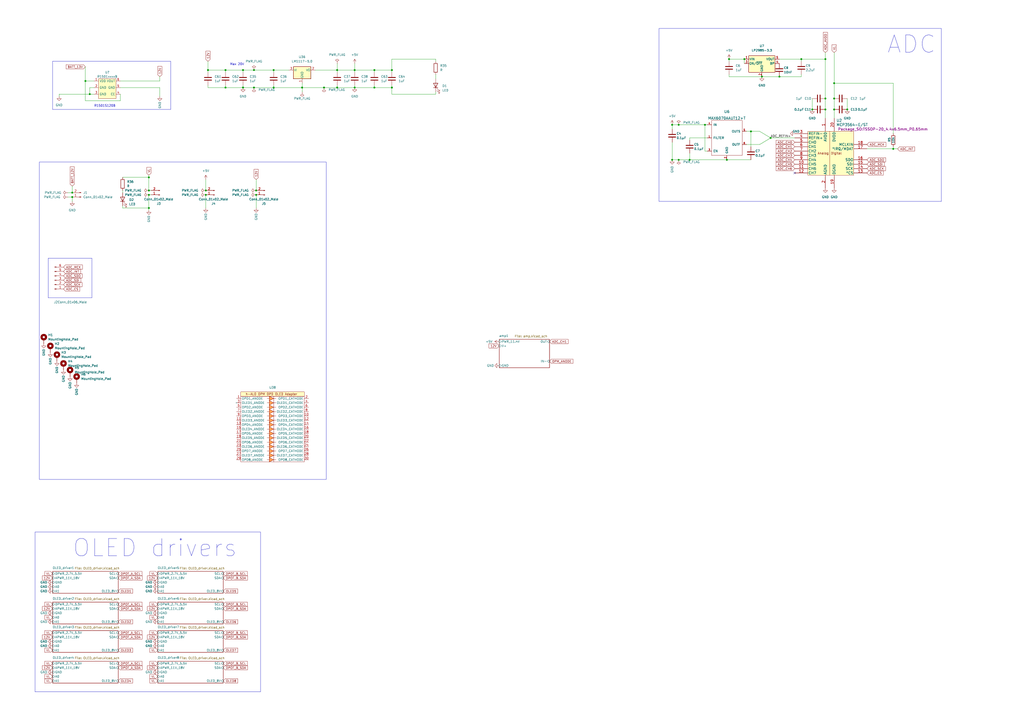
<source format=kicad_sch>
(kicad_sch (version 20230121) (generator eeschema)
  (paper "A2")
  (lib_symbols
    (symbol "Connector:Conn_01x02_Male" (pin_names (offset 1.016) hide)
      (property "Reference" "J" (at 0 2.54 0))
      (property "Value" "Conn_01x02_Male" (at 0 -5.08 0))
      (symbol "Conn_01x02_Male_1_1"
        (pin passive line (at 5.08 0 180) (length 3.81) (name "Pin_1") (number "1"))
        (pin passive line (at 5.08 -2.54 180) (length 3.81) (name "Pin_2") (number "2"))
      )
    )
    (symbol "Connector:Conn_01x06_Male" (pin_names (offset 1.016) hide)
      (property "Reference" "J" (at 0 7.62 0))
      (property "Value" "Conn_01x06_Male" (at 0 -10.16 0))
      (symbol "Conn_01x06_Male_1_1"
        (pin passive line (at 5.08 5.08 180) (length 3.81) (name "Pin_1") (number "1"))
        (pin passive line (at 5.08 2.54 180) (length 3.81) (name "Pin_2") (number "2"))
        (pin passive line (at 5.08 0 180) (length 3.81) (name "Pin_3") (number "3"))
        (pin passive line (at 5.08 -2.54 180) (length 3.81) (name "Pin_4") (number "4"))
        (pin passive line (at 5.08 -5.08 180) (length 3.81) (name "Pin_5") (number "5"))
        (pin passive line (at 5.08 -7.62 180) (length 3.81) (name "Pin_6") (number "6"))
      )
    )
    (symbol "Device:C" (pin_numbers hide) (pin_names (offset 0.254))
      (property "Reference" "C" (at 0.635 2.54 0))
      (property "Value" "C" (at 0.635 -2.54 0))
      (symbol "C_1_1"
        (pin passive line (at 0 3.81 270) (length 2.794) (name "~") (number "1"))
        (pin passive line (at 0 -3.81 90) (length 2.794) (name "~") (number "2"))
      )
    )
    (symbol "Device:LED" (pin_numbers hide) (pin_names (offset 1.016) hide)
      (property "Reference" "D" (at 0 2.54 0))
      (property "Value" "LED" (at 0 -2.54 0))
      (symbol "LED_1_1"
        (pin passive line (at -3.81 0 0) (length 2.54) (name "K") (number "1"))
        (pin passive line (at 3.81 0 180) (length 2.54) (name "A") (number "2"))
      )
    )
    (symbol "Device:R" (pin_numbers hide) (pin_names (offset 0))
      (property "Reference" "R" (at 2.032 0 90))
      (property "Value" "R" (at 0 0 90))
      (symbol "R_1_1"
        (pin passive line (at 0 3.81 270) (length 1.27) (name "~") (number "1"))
        (pin passive line (at 0 -3.81 90) (length 1.27) (name "~") (number "2"))
      )
    )
    (symbol "MCP356x:MCP3564-E/ST" (pin_names (offset 0.254))
      (property "Reference" "U" (at 27.94 2.54 0))
      (property "Value" "MCP3564-E{slash}ST" (at 27.94 -1.27 0))
      (property "Footprint" "Package_SO:TSSOP-20_4.4x6.5mm_P0.65mm" (at 27.94 6.096 0))
      (symbol "MCP3564-E/ST_0_0"
        (text "Analog" (at -3.81 0 0) (effects (font (size 1.27 1.27))))
        (text "Digital" (at 3.81 0 0) (effects (font (size 1.27 1.27))))
      )
      (symbol "MCP3564-E/ST_1_1"
        (pin power_in line (at -2.54 20.32 270) (length 7.62) (name "AVDD") (number "1"))
        (pin input line (at -20.32 -6.35 0) (length 7.62) (name "CH5") (number "10"))
        (pin input line (at -20.32 -8.89 0) (length 7.62) (name "CH6") (number "11"))
        (pin input line (at -20.32 -11.43 0) (length 7.62) (name "CH7") (number "12"))
        (pin input line (at 21.59 -11.43 180) (length 7.62) (name "*CS") (number "13"))
        (pin input line (at 21.59 -8.89 180) (length 7.62) (name "SCK") (number "14"))
        (pin input line (at 21.59 -6.35 180) (length 7.62) (name "SDI") (number "15"))
        (pin output line (at 21.59 -3.81 180) (length 7.62) (name "SDO") (number "16"))
        (pin output line (at 21.59 2.54 180) (length 7.62) (name "*IRQ/MDAT") (number "17"))
        (pin bidirectional line (at 21.59 5.08 180) (length 7.62) (name "MCLKIN") (number "18"))
        (pin power_in line (at 2.54 -20.32 90) (length 7.62) (name "DGND") (number "19"))
        (pin power_in line (at -2.54 -20.32 90) (length 7.62) (name "AGND") (number "2"))
        (pin power_in line (at 2.54 20.32 270) (length 7.62) (name "DVDD") (number "20"))
        (pin input line (at -20.32 11.43 0) (length 7.62) (name "REFIN-") (number "3"))
        (pin input line (at -20.32 8.89 0) (length 7.62) (name "REFIN+") (number "4"))
        (pin input line (at -20.32 6.35 0) (length 7.62) (name "CH0") (number "5"))
        (pin input line (at -20.32 3.81 0) (length 7.62) (name "CH1") (number "6"))
        (pin input line (at -20.32 1.27 0) (length 7.62) (name "CH2") (number "7"))
        (pin input line (at -20.32 -1.27 0) (length 7.62) (name "CH3") (number "8"))
        (pin input line (at -20.32 -3.81 0) (length 7.62) (name "CH4") (number "9"))
      )
    )
    (symbol "Mechanical:MountingHole_Pad" (pin_numbers hide) (pin_names (offset 1.016) hide)
      (property "Reference" "H" (at 0 6.35 0))
      (property "Value" "MountingHole_Pad" (at 0 4.445 0))
      (symbol "MountingHole_Pad_1_1"
        (pin input line (at 0 -2.54 90) (length 2.54) (name "1") (number "1"))
      )
    )
    (symbol "Regulator_Linear:LM1117-5.0" (pin_names (offset 0.254))
      (property "Reference" "U" (at -3.81 3.175 0))
      (property "Value" "LM1117-5.0" (at 0 3.175 0))
      (symbol "LM1117-5.0_1_1"
        (pin power_in line (at 0 -7.62 90) (length 2.54) (name "GND") (number "1"))
        (pin power_out line (at 7.62 0 180) (length 2.54) (name "VO") (number "2"))
        (pin power_in line (at -7.62 0 0) (length 2.54) (name "VI") (number "3"))
      )
    )
    (symbol "Regulator_Linear:LP2985-3.3" (pin_names (offset 0.254))
      (property "Reference" "U" (at -6.35 5.715 0))
      (property "Value" "LP2985-3.3" (at 0 5.715 0))
      (symbol "LP2985-3.3_1_1"
        (pin power_in line (at -10.16 2.54 0) (length 2.54) (name "VIN") (number "1"))
        (pin power_in line (at 0 -7.62 90) (length 2.54) (name "GND") (number "2"))
        (pin input line (at -10.16 0 0) (length 2.54) (name "ON/~{OFF}") (number "3"))
        (pin input line (at 10.16 0 180) (length 2.54) (name "BP") (number "4"))
        (pin power_out line (at 10.16 2.54 180) (length 2.54) (name "VOUT") (number "5"))
      )
    )
    (symbol "h-ALO:R1501xxxxB"
      (property "Reference" "U" (at 0 5.08 0))
      (property "Value" "R1501xxxxB" (at 0 -6.35 0))
      (symbol "R1501xxxxB_0_0"
        (pin power_in line (at 7.62 -3.81 180) (length 2.54) (name "VDD") (number "1"))
        (pin power_in line (at 7.62 0 180) (length 2.54) (name "GND") (number "2"))
        (pin power_in line (at 7.62 3.81 180) (length 2.54) (name "GND") (number "3"))
        (pin passive line (at -7.62 3.81 0) (length 2.54) (name "CE") (number "4"))
        (pin power_in line (at -7.62 0 0) (length 2.54) (name "GND") (number "5"))
        (pin power_out line (at -7.62 -3.81 0) (length 2.54) (name "VOUT") (number "6"))
      )
    )
    (symbol "h-ALO:h-ALO-OPM-Adapter"
      (property "Reference" "U" (at 39.37 2.54 0))
      (symbol "h-ALO-OPM-Adapter_1_0"
        (pin unspecified line (at 21.59 -19.05 0) (length 2.54) (name "OPD1_ANODE") (number "1"))
        (pin unspecified line (at 63.5 -29.21 180) (length 2.54) (name "OPD3_CATHODE") (number "10"))
        (pin unspecified line (at 21.59 -31.75 0) (length 2.54) (name "OLED3_ANODE") (number "11"))
        (pin unspecified line (at 63.5 -31.75 180) (length 2.54) (name "OLED3_CATHODE") (number "12"))
        (pin unspecified line (at 21.59 -34.29 0) (length 2.54) (name "OPD4_ANODE") (number "13"))
        (pin unspecified line (at 63.5 -34.29 180) (length 2.54) (name "OPD4_CATHODE") (number "14"))
        (pin unspecified line (at 21.59 -36.83 0) (length 2.54) (name "OLED4_ANODE") (number "15"))
        (pin unspecified line (at 63.5 -36.83 180) (length 2.54) (name "OLED4_CATHODE") (number "16"))
        (pin unspecified line (at 21.59 -39.37 0) (length 2.54) (name "OPD5_ANODE") (number "17"))
        (pin unspecified line (at 63.5 -39.37 180) (length 2.54) (name "OPD5_CATHODE") (number "18"))
        (pin unspecified line (at 21.59 -41.91 0) (length 2.54) (name "OLED5_ANODE") (number "19"))
        (pin unspecified line (at 63.5 -19.05 180) (length 2.54) (name "OPD1_CATHODE") (number "2"))
        (pin unspecified line (at 63.5 -41.91 180) (length 2.54) (name "OLED5_CATHODE") (number "20"))
        (pin unspecified line (at 21.59 -44.45 0) (length 2.54) (name "OPD6_ANODE") (number "21"))
        (pin unspecified line (at 63.5 -44.45 180) (length 2.54) (name "OPD6_CATHODE") (number "22"))
        (pin unspecified line (at 21.59 -46.99 0) (length 2.54) (name "OLED6_ANODE") (number "23"))
        (pin unspecified line (at 63.5 -46.99 180) (length 2.54) (name "OLED6_CATHODE") (number "24"))
        (pin unspecified line (at 21.59 -49.53 0) (length 2.54) (name "OPD7_ANODE") (number "25"))
        (pin unspecified line (at 63.5 -49.53 180) (length 2.54) (name "OPD7_CATHODE") (number "26"))
        (pin unspecified line (at 21.59 -52.07 0) (length 2.54) (name "OLED7_ANODE") (number "27"))
        (pin unspecified line (at 63.5 -52.07 180) (length 2.54) (name "OLED7_CATHODE") (number "28"))
        (pin unspecified line (at 21.59 -54.61 0) (length 2.54) (name "OPD8_ANODE") (number "29"))
        (pin unspecified line (at 21.59 -21.59 0) (length 2.54) (name "OLED1_ANODE") (number "3"))
        (pin unspecified line (at 63.5 -54.61 180) (length 2.54) (name "OPD8_CATHODE") (number "30"))
        (pin unspecified line (at 63.5 -21.59 180) (length 2.54) (name "OLED1_CATHODE") (number "4"))
        (pin unspecified line (at 21.59 -24.13 0) (length 2.54) (name "OPD2_ANODE") (number "5"))
        (pin unspecified line (at 63.5 -24.13 180) (length 2.54) (name "OPD2_CATHODE") (number "6"))
        (pin unspecified line (at 21.59 -26.67 0) (length 2.54) (name "OLED2_ANODE") (number "7"))
        (pin unspecified line (at 63.5 -26.67 180) (length 2.54) (name "OLED2_CATHODE") (number "8"))
        (pin unspecified line (at 21.59 -29.21 0) (length 2.54) (name "OPD3_ANODE") (number "9"))
      )
      (symbol "h-ALO-OPM-Adapter_1_1"
        (text "h-ALO OPM OPD OLED Adapter" (at 41.91 -16.51 0) (effects (font (size 1.27 1.27))))
      )
    )
    (symbol "max6070:MAX6070AAUT12+T" (pin_names (offset 1.016))
      (property "Reference" "U" (at -8.89 11.43 0))
      (property "Value" "MAX6070AAUT12+T" (at 8.89 11.43 0))
      (symbol "MAX6070AAUT12+T_1_1"
        (pin passive line (at -11.43 0 0) (length 2.54) (name "FILTER") (number "1"))
        (pin power_in line (at 0 -12.7 90) (length 2.54) (name "GND") (number "2"))
        (pin input line (at -11.43 -7.62 0) (length 2.54) (name "EN") (number "3"))
        (pin power_in line (at -11.43 7.62 0) (length 2.54) (name "IN") (number "4"))
        (pin passive line (at 11.43 3.81 180) (length 2.54) (name "OUTS") (number "5"))
        (pin power_out line (at 11.43 -3.81 180) (length 2.54) (name "OUTF") (number "6"))
      )
    )
    (symbol "power:+5V" (power) (pin_names (offset 0))
      (property "Value" "+5V" (at 0 3.556 0))
      (symbol "+5V_1_1"
        (pin power_in line (at 0 0 90) (length 0) hide (name "+5V") (number "1"))
      )
    )
    (symbol "power:GND" (power) (pin_names (offset 0))
      (property "Value" "GND" (at 0 -3.81 0))
      (symbol "GND_1_1"
        (pin power_in line (at 0 0 270) (length 0) hide (name "GND") (number "1"))
      )
    )
    (symbol "power:PWR_FLAG" (power) (pin_numbers hide) (pin_names (offset 0) hide)
      (property "Value" "PWR_FLAG" (at 0 3.81 0))
      (symbol "PWR_FLAG_0_0"
        (pin power_out line (at 0 0 90) (length 0) (name "pwr") (number "1"))
      )
    )
  )
  (junction (at 217.17 50.8))
  (junction (at 400.05 92.71))
  (junction (at 187.96 50.8))
  (junction (at 393.7 72.39))
  (junction (at 435.61 76.2))
  (junction (at 195.58 40.64))
  (junction (at 147.32 50.8))
  (junction (at 421.64 92.71))
  (junction (at 148.59 113.03))
  (junction (at 471.17 63.5))
  (junction (at 452.12 44.45))
  (junction (at 205.74 40.64))
  (junction (at 147.32 40.64))
  (junction (at 86.36 120.65))
  (junction (at 86.36 102.87))
  (junction (at 140.97 50.8))
  (junction (at 518.16 86.36))
  (junction (at 158.75 40.64))
  (junction (at 464.82 34.29))
  (junction (at 195.58 50.8))
  (junction (at 227.33 50.8))
  (junction (at 483.87 57.15))
  (junction (at 41.91 111.76))
  (junction (at 483.87 63.5))
  (junction (at 49.53 46.99))
  (junction (at 86.36 110.49))
  (junction (at 491.49 63.5))
  (junction (at 217.17 40.64))
  (junction (at 130.81 40.64))
  (junction (at 227.33 40.64))
  (junction (at 447.04 80.01))
  (junction (at 393.7 92.71))
  (junction (at 148.59 110.49))
  (junction (at 158.75 50.8))
  (junction (at 483.87 48.26))
  (junction (at 119.38 110.49))
  (junction (at 478.79 34.29))
  (junction (at 478.79 57.15))
  (junction (at 431.8 34.29))
  (junction (at 205.74 50.8))
  (junction (at 130.81 50.8))
  (junction (at 422.91 34.29))
  (junction (at 175.26 50.8))
  (junction (at 86.36 113.03))
  (junction (at 389.89 72.39))
  (junction (at 52.07 54.61))
  (junction (at 140.97 40.64))
  (junction (at 119.38 113.03))
  (junction (at 41.91 114.3))
  (junction (at 441.96 44.45))
  (junction (at 120.65 40.64))
  (junction (at 478.79 63.5))
  (junction (at 389.89 92.71))
  (junction (at 408.94 72.39))
  (no_connect (at 461.01 100.33))
  (wire (pts (xy 195.58 40.64) (xy 205.74 40.64)))
  (wire (pts (xy 54.61 54.61) (xy 52.07 54.61)))
  (wire (pts (xy 518.16 48.26) (xy 518.16 77.47)))
  (wire (pts (xy 433.07 76.2) (xy 435.61 76.2)))
  (wire (pts (xy 491.49 57.15) (xy 491.49 63.5)))
  (wire (pts (xy 49.53 38.735) (xy 49.53 46.99)))
  (wire (pts (xy 518.16 86.36) (xy 518.16 85.09)))
  (wire (pts (xy 130.81 40.64) (xy 130.81 41.91)))
  (wire (pts (xy 187.96 50.8) (xy 195.58 50.8)))
  (wire (pts (xy 478.79 30.48) (xy 478.79 34.29)))
  (wire (pts (xy 205.74 50.8) (xy 217.17 50.8)))
  (wire (pts (xy 147.32 50.8) (xy 158.75 50.8)))
  (wire (pts (xy 49.53 46.99) (xy 54.61 46.99)))
  (wire (pts (xy 217.17 40.64) (xy 205.74 40.64)))
  (wire (pts (xy 39.37 114.3) (xy 41.91 114.3)))
  (wire (pts (xy 119.38 113.03) (xy 119.38 120.65)))
  (wire (pts (xy 431.8 34.29) (xy 422.91 34.29)))
  (wire (pts (xy 86.36 101.6) (xy 86.36 102.87)))
  (wire (pts (xy 86.36 110.49) (xy 87.63 110.49)))
  (wire (pts (xy 433.07 83.82) (xy 440.69 83.82)))
  (wire (pts (xy 71.12 119.38) (xy 71.12 120.65)))
  (wire (pts (xy 217.17 41.91) (xy 217.17 40.64)))
  (wire (pts (xy 158.75 40.64) (xy 158.75 41.91)))
  (wire (pts (xy 130.81 49.53) (xy 130.81 50.8)))
  (wire (pts (xy 227.33 54.61) (xy 227.33 50.8)))
  (wire (pts (xy 389.89 72.39) (xy 389.89 74.93)))
  (wire (pts (xy 410.21 80.01) (xy 400.05 80.01)))
  (wire (pts (xy 478.79 57.15) (xy 478.79 63.5)))
  (wire (pts (xy 69.85 54.61) (xy 69.85 58.42)))
  (wire (pts (xy 148.59 104.14) (xy 148.59 110.49)))
  (wire (pts (xy 408.94 72.39) (xy 408.94 87.63)))
  (wire (pts (xy 120.65 50.8) (xy 130.81 50.8)))
  (wire (pts (xy 483.87 30.48) (xy 483.87 48.26)))
  (wire (pts (xy 120.65 35.56) (xy 120.65 40.64)))
  (wire (pts (xy 69.85 50.8) (xy 92.71 50.8)))
  (wire (pts (xy 158.75 49.53) (xy 158.75 50.8)))
  (wire (pts (xy 227.33 34.29) (xy 227.33 40.64)))
  (wire (pts (xy 195.58 40.64) (xy 195.58 41.91)))
  (polyline (pts (xy 53.34 149.86) (xy 27.94 149.86)))
  (wire (pts (xy 69.85 46.99) (xy 92.71 46.99)))
  (wire (pts (xy 435.61 76.2) (xy 435.61 85.09)))
  (wire (pts (xy 422.91 34.29) (xy 422.91 35.56)))
  (wire (pts (xy 452.12 34.29) (xy 464.82 34.29)))
  (wire (pts (xy 120.65 40.64) (xy 130.81 40.64)))
  (wire (pts (xy 140.97 40.64) (xy 140.97 41.91)))
  (wire (pts (xy 87.63 113.03) (xy 86.36 113.03)))
  (wire (pts (xy 464.82 34.29) (xy 478.79 34.29)))
  (wire (pts (xy 422.91 44.45) (xy 422.91 43.18)))
  (wire (pts (xy 195.58 50.8) (xy 205.74 50.8)))
  (wire (pts (xy 452.12 44.45) (xy 464.82 44.45)))
  (polyline (pts (xy 53.34 149.86) (xy 53.34 172.72)))
  (wire (pts (xy 217.17 50.8) (xy 217.17 49.53)))
  (wire (pts (xy 478.79 63.5) (xy 478.79 68.58)))
  (wire (pts (xy 393.7 72.39) (xy 389.89 72.39)))
  (wire (pts (xy 69.85 58.42) (xy 49.53 58.42)))
  (polyline (pts (xy 27.94 149.86) (xy 27.94 172.72)))
  (wire (pts (xy 158.75 50.8) (xy 175.26 50.8)))
  (wire (pts (xy 71.12 102.87) (xy 86.36 102.87)))
  (wire (pts (xy 148.59 113.03) (xy 148.59 120.65)))
  (wire (pts (xy 217.17 50.8) (xy 227.33 50.8)))
  (wire (pts (xy 54.61 50.8) (xy 52.07 50.8)))
  (polyline (pts (xy 27.94 172.72) (xy 53.34 172.72)))
  (wire (pts (xy 217.17 40.64) (xy 227.33 40.64)))
  (wire (pts (xy 431.8 34.29) (xy 431.8 36.83)))
  (wire (pts (xy 182.88 40.64) (xy 195.58 40.64)))
  (wire (pts (xy 49.53 58.42) (xy 49.53 46.99)))
  (wire (pts (xy 389.89 92.71) (xy 389.89 82.55)))
  (wire (pts (xy 471.17 57.15) (xy 471.17 63.5)))
  (wire (pts (xy 175.26 48.26) (xy 175.26 50.8)))
  (wire (pts (xy 252.73 35.56) (xy 252.73 34.29)))
  (wire (pts (xy 39.37 111.76) (xy 41.91 111.76)))
  (wire (pts (xy 400.05 80.01) (xy 400.05 81.28)))
  (wire (pts (xy 389.89 92.71) (xy 393.7 92.71)))
  (wire (pts (xy 483.87 63.5) (xy 483.87 68.58)))
  (wire (pts (xy 400.05 92.71) (xy 421.64 92.71)))
  (wire (pts (xy 447.04 80.01) (xy 461.01 80.01)))
  (wire (pts (xy 195.58 49.53) (xy 195.58 50.8)))
  (wire (pts (xy 41.91 107.95) (xy 41.91 111.76)))
  (wire (pts (xy 205.74 36.83) (xy 205.74 40.64)))
  (wire (pts (xy 252.73 54.61) (xy 227.33 54.61)))
  (wire (pts (xy 410.21 72.39) (xy 408.94 72.39)))
  (wire (pts (xy 147.32 40.64) (xy 158.75 40.64)))
  (wire (pts (xy 130.81 40.64) (xy 140.97 40.64)))
  (wire (pts (xy 441.96 44.45) (xy 452.12 44.45)))
  (wire (pts (xy 92.71 50.8) (xy 92.71 55.88)))
  (wire (pts (xy 464.82 34.29) (xy 464.82 35.56)))
  (wire (pts (xy 52.07 50.8) (xy 52.07 54.61)))
  (wire (pts (xy 205.74 40.64) (xy 205.74 41.91)))
  (wire (pts (xy 483.87 57.15) (xy 483.87 63.5)))
  (wire (pts (xy 120.65 49.53) (xy 120.65 50.8)))
  (wire (pts (xy 41.91 116.84) (xy 41.91 114.3)))
  (wire (pts (xy 119.38 104.14) (xy 119.38 110.49)))
  (wire (pts (xy 92.71 46.99) (xy 92.71 44.45)))
  (wire (pts (xy 175.26 53.34) (xy 175.26 50.8)))
  (wire (pts (xy 252.73 43.18) (xy 252.73 45.72)))
  (wire (pts (xy 421.64 92.71) (xy 435.61 92.71)))
  (wire (pts (xy 120.65 40.64) (xy 120.65 41.91)))
  (wire (pts (xy 252.73 53.34) (xy 252.73 54.61)))
  (wire (pts (xy 435.61 76.2) (xy 440.69 76.2)))
  (wire (pts (xy 518.16 86.36) (xy 520.7 86.36)))
  (wire (pts (xy 71.12 120.65) (xy 86.36 120.65)))
  (wire (pts (xy 140.97 50.8) (xy 140.97 49.53)))
  (wire (pts (xy 408.94 87.63) (xy 410.21 87.63)))
  (wire (pts (xy 408.94 72.39) (xy 393.7 72.39)))
  (wire (pts (xy 86.36 120.65) (xy 86.36 121.92)))
  (wire (pts (xy 140.97 50.8) (xy 147.32 50.8)))
  (wire (pts (xy 227.33 40.64) (xy 227.33 41.91)))
  (wire (pts (xy 464.82 44.45) (xy 464.82 43.18)))
  (wire (pts (xy 86.36 113.03) (xy 86.36 120.65)))
  (wire (pts (xy 483.87 57.15) (xy 483.87 48.26)))
  (wire (pts (xy 400.05 88.9) (xy 400.05 92.71)))
  (wire (pts (xy 252.73 34.29) (xy 227.33 34.29)))
  (wire (pts (xy 478.79 34.29) (xy 478.79 57.15)))
  (wire (pts (xy 158.75 40.64) (xy 167.64 40.64)))
  (wire (pts (xy 195.58 36.83) (xy 195.58 40.64)))
  (wire (pts (xy 483.87 48.26) (xy 518.16 48.26)))
  (wire (pts (xy 86.36 102.87) (xy 86.36 110.49)))
  (wire (pts (xy 227.33 50.8) (xy 227.33 49.53)))
  (wire (pts (xy 175.26 50.8) (xy 187.96 50.8)))
  (wire (pts (xy 140.97 40.64) (xy 147.32 40.64)))
  (wire (pts (xy 34.29 54.61) (xy 34.29 55.88)))
  (wire (pts (xy 393.7 92.71) (xy 400.05 92.71)))
  (wire (pts (xy 440.69 83.82) (xy 447.04 80.01)))
  (wire (pts (xy 441.96 44.45) (xy 422.91 44.45)))
  (wire (pts (xy 440.69 76.2) (xy 447.04 80.01)))
  (wire (pts (xy 130.81 50.8) (xy 140.97 50.8)))
  (wire (pts (xy 71.12 110.49) (xy 71.12 111.76)))
  (wire (pts (xy 205.74 49.53) (xy 205.74 50.8)))
  (wire (pts (xy 52.07 54.61) (xy 34.29 54.61)))
  (wire (pts (xy 502.92 86.36) (xy 518.16 86.36)))
  (rectangle (start 30.48 35.56) (end 99.06 63.5))
  (rectangle (start 22.86 93.98) (end 189.23 278.13))
  (rectangle (start 20.32 308.61) (end 151.13 401.32))
  (rectangle (start 382.27 16.51) (end 546.1 116.84))
  (text "ADC" (at 514.35 31.75 0) (effects (font (size 10 10)) (justify left bottom)))
  (text "Max 20V" (at 133.35 38.1 0) (effects (font (size 1.27 1.27)) (justify left bottom)))
  (text "R1501S120B" (at 54.61 62.23 0) (effects (font (size 1.27 1.27)) (justify left bottom)))
  (text "OLED drivers" (at 41.91 323.85 0) (effects (font (size 10 10)) (justify left bottom)))
  (label "ADC_REFIN+" (at 447.04 80.01 0))
  (global_label "DPOT_A_SDA" (shape input) (at 68.58 387.35 0) (property "Intersheetrefs" "${INTERSHEET_REFS}" (effects hide)))
  (global_label "12V" (shape input) (at 289.56 200.66 180) (property "Intersheetrefs" "${INTERSHEET_REFS}" (effects hide)))
  (global_label "DPOT_A_SCL" (shape input) (at 68.58 367.03 0) (property "Intersheetrefs" "${INTERSHEET_REFS}" (effects hide)))
  (global_label "VL" (shape input) (at 91.44 350.52 180) (property "Intersheetrefs" "${INTERSHEET_REFS}" (effects hide)))
  (global_label "OPM_ANODE" (shape input) (at 318.77 209.55 0) (property "Intersheetrefs" "${INTERSHEET_REFS}" (effects hide)))
  (global_label "ADC_SDO" (shape input) (at 36.83 160.02 0) (property "Intersheetrefs" "${INTERSHEET_REFS}" (effects hide)))
  (global_label "DPOT_A_SDA" (shape input) (at 68.58 353.06 0) (property "Intersheetrefs" "${INTERSHEET_REFS}" (effects hide)))
  (global_label "OLED7" (shape input) (at 129.54 377.19 0) (property "Intersheetrefs" "${INTERSHEET_REFS}" (effects hide)))
  (global_label "DPOT_A_SDA" (shape input) (at 68.58 369.57 0) (property "Intersheetrefs" "${INTERSHEET_REFS}" (effects hide)))
  (global_label "OLED6" (shape input) (at 129.54 360.68 0) (property "Intersheetrefs" "${INTERSHEET_REFS}" (effects hide)))
  (global_label "ADC_MCK" (shape input) (at 36.83 154.94 0) (property "Intersheetrefs" "${INTERSHEET_REFS}" (effects hide)))
  (global_label "VL" (shape input) (at 30.48 350.52 180) (property "Intersheetrefs" "${INTERSHEET_REFS}" (effects hide)))
  (global_label "12V" (shape input) (at 148.59 104.14 90) (property "Intersheetrefs" "${INTERSHEET_REFS}" (effects hide)))
  (global_label "ADC_SDI" (shape input) (at 502.92 95.25 0) (property "Intersheetrefs" "${INTERSHEET_REFS}" (effects hide)))
  (global_label "DPOT_B_SCL" (shape input) (at 129.54 350.52 0) (property "Intersheetrefs" "${INTERSHEET_REFS}" (effects hide)))
  (global_label "ADC_AVDD" (shape input) (at 478.79 30.48 90) (property "Intersheetrefs" "${INTERSHEET_REFS}" (effects hide)))
  (global_label "VL" (shape input) (at 91.44 394.97 180) (property "Intersheetrefs" "${INTERSHEET_REFS}" (effects hide)))
  (global_label "DPOT_B_SCL" (shape input) (at 129.54 384.81 0) (property "Intersheetrefs" "${INTERSHEET_REFS}" (effects hide)))
  (global_label "VL" (shape input) (at 86.36 101.6 90) (property "Intersheetrefs" "${INTERSHEET_REFS}" (effects hide)))
  (global_label "DPOT_A_SDA" (shape input) (at 68.58 335.28 0) (property "Intersheetrefs" "${INTERSHEET_REFS}" (effects hide)))
  (global_label "BATT_13V" (shape input) (at 49.53 38.735 180) (property "Intersheetrefs" "${INTERSHEET_REFS}" (effects hide)))
  (global_label "ADC_CH6" (shape input) (at 461.01 97.79 180) (property "Intersheetrefs" "${INTERSHEET_REFS}" (effects hide)))
  (global_label "ADC_SCK" (shape input) (at 36.83 165.1 0) (property "Intersheetrefs" "${INTERSHEET_REFS}" (effects hide)))
  (global_label "VL" (shape input) (at 91.44 392.43 180) (property "Intersheetrefs" "${INTERSHEET_REFS}" (effects hide)))
  (global_label "DPOT_B_SDA" (shape input) (at 129.54 353.06 0) (property "Intersheetrefs" "${INTERSHEET_REFS}" (effects hide)))
  (global_label "ADC_CH2" (shape input) (at 461.01 87.63 180) (property "Intersheetrefs" "${INTERSHEET_REFS}" (effects hide)))
  (global_label "ADC_CS" (shape input) (at 36.83 167.64 0) (property "Intersheetrefs" "${INTERSHEET_REFS}" (effects hide)))
  (global_label "ADC_SDO" (shape input) (at 502.92 92.71 0) (property "Intersheetrefs" "${INTERSHEET_REFS}" (effects hide)))
  (global_label "12V" (shape input) (at 120.65 35.56 90) (property "Intersheetrefs" "${INTERSHEET_REFS}" (effects hide)))
  (global_label "VL" (shape input) (at 91.44 377.19 180) (property "Intersheetrefs" "${INTERSHEET_REFS}" (effects hide)))
  (global_label "VL" (shape input) (at 91.44 384.81 180) (property "Intersheetrefs" "${INTERSHEET_REFS}" (effects hide)))
  (global_label "DPOT_A_SCL" (shape input) (at 68.58 332.74 0) (property "Intersheetrefs" "${INTERSHEET_REFS}" (effects hide)))
  (global_label "ADC_SDI" (shape input) (at 36.83 162.56 0) (property "Intersheetrefs" "${INTERSHEET_REFS}" (effects hide)))
  (global_label "OLED4" (shape input) (at 68.58 394.97 0) (property "Intersheetrefs" "${INTERSHEET_REFS}" (effects hide)))
  (global_label "ADC_CS" (shape input) (at 502.92 100.33 0) (property "Intersheetrefs" "${INTERSHEET_REFS}" (effects hide)))
  (global_label "ADC_CH4" (shape input) (at 461.01 92.71 180) (property "Intersheetrefs" "${INTERSHEET_REFS}" (effects hide)))
  (global_label "ADC_SCK" (shape input) (at 502.92 97.79 0) (property "Intersheetrefs" "${INTERSHEET_REFS}" (effects hide)))
  (global_label "VL" (shape input) (at 30.48 377.19 180) (property "Intersheetrefs" "${INTERSHEET_REFS}" (effects hide)))
  (global_label "DPOT_A_SCL" (shape input) (at 68.58 350.52 0) (property "Intersheetrefs" "${INTERSHEET_REFS}" (effects hide)))
  (global_label "12V" (shape input) (at 91.44 369.57 180) (property "Intersheetrefs" "${INTERSHEET_REFS}" (effects hide)))
  (global_label "DPOT_A_SCL" (shape input) (at 68.58 384.81 0) (property "Intersheetrefs" "${INTERSHEET_REFS}" (effects hide)))
  (global_label "12V" (shape input) (at 30.48 369.57 180) (property "Intersheetrefs" "${INTERSHEET_REFS}" (effects hide)))
  (global_label "12V" (shape input) (at 91.44 335.28 180) (property "Intersheetrefs" "${INTERSHEET_REFS}" (effects hide)))
  (global_label "ADC_CH1" (shape input) (at 461.01 85.09 180) (property "Intersheetrefs" "${INTERSHEET_REFS}" (effects hide)))
  (global_label "VL" (shape input) (at 91.44 367.03 180) (property "Intersheetrefs" "${INTERSHEET_REFS}" (effects hide)))
  (global_label "OLED1" (shape input) (at 68.58 342.9 0) (property "Intersheetrefs" "${INTERSHEET_REFS}" (effects hide)))
  (global_label "ADC_CH5" (shape input) (at 461.01 95.25 180) (property "Intersheetrefs" "${INTERSHEET_REFS}" (effects hide)))
  (global_label "ADC_INT" (shape input) (at 520.7 86.36 0) (property "Intersheetrefs" "${INTERSHEET_REFS}" (effects hide)))
  (global_label "VL" (shape input) (at 91.44 358.14 180) (property "Intersheetrefs" "${INTERSHEET_REFS}" (effects hide)))
  (global_label "VL" (shape input) (at 30.48 394.97 180) (property "Intersheetrefs" "${INTERSHEET_REFS}" (effects hide)))
  (global_label "VL" (shape input) (at 30.48 358.14 180) (property "Intersheetrefs" "${INTERSHEET_REFS}" (effects hide)))
  (global_label "ADC_CH3" (shape input) (at 461.01 90.17 180) (property "Intersheetrefs" "${INTERSHEET_REFS}" (effects hide)))
  (global_label "VL" (shape input) (at 30.48 392.43 180) (property "Intersheetrefs" "${INTERSHEET_REFS}" (effects hide)))
  (global_label "DPOT_B_SDA" (shape input) (at 129.54 369.57 0) (property "Intersheetrefs" "${INTERSHEET_REFS}" (effects hide)))
  (global_label "BATT_12V" (shape input) (at 41.91 107.95 90) (property "Intersheetrefs" "${INTERSHEET_REFS}" (effects hide)))
  (global_label "VL" (shape input) (at 483.87 30.48 90) (property "Intersheetrefs" "${INTERSHEET_REFS}" (effects hide)))
  (global_label "12V" (shape input) (at 30.48 353.06 180) (property "Intersheetrefs" "${INTERSHEET_REFS}" (effects hide)))
  (global_label "DPOT_B_SCL" (shape input) (at 129.54 332.74 0) (property "Intersheetrefs" "${INTERSHEET_REFS}" (effects hide)))
  (global_label "12V" (shape input) (at 30.48 335.28 180) (property "Intersheetrefs" "${INTERSHEET_REFS}" (effects hide)))
  (global_label "ADC_INT" (shape input) (at 36.83 157.48 0) (property "Intersheetrefs" "${INTERSHEET_REFS}" (effects hide)))
  (global_label "OLED2" (shape input) (at 68.58 360.68 0) (property "Intersheetrefs" "${INTERSHEET_REFS}" (effects hide)))
  (global_label "VL" (shape input) (at 30.48 384.81 180) (property "Intersheetrefs" "${INTERSHEET_REFS}" (effects hide)))
  (global_label "VL" (shape input) (at 30.48 332.74 180) (property "Intersheetrefs" "${INTERSHEET_REFS}" (effects hide)))
  (global_label "12V" (shape input) (at 91.44 353.06 180) (property "Intersheetrefs" "${INTERSHEET_REFS}" (effects hide)))
  (global_label "ADC_MCK" (shape input) (at 502.92 83.82 0) (property "Intersheetrefs" "${INTERSHEET_REFS}" (effects hide)))
  (global_label "OLED8" (shape input) (at 129.54 394.97 0) (property "Intersheetrefs" "${INTERSHEET_REFS}" (effects hide)))
  (global_label "ADC_CH0" (shape input) (at 461.01 82.55 180) (property "Intersheetrefs" "${INTERSHEET_REFS}" (effects hide)))
  (global_label "DPOT_B_SCL" (shape input) (at 129.54 367.03 0) (property "Intersheetrefs" "${INTERSHEET_REFS}" (effects hide)))
  (global_label "OLED3" (shape input) (at 68.58 377.19 0) (property "Intersheetrefs" "${INTERSHEET_REFS}" (effects hide)))
  (global_label "ADC_CH1" (shape input) (at 318.77 198.12 0) (property "Intersheetrefs" "${INTERSHEET_REFS}" (effects hide)))
  (global_label "VL" (shape input) (at 91.44 332.74 180) (property "Intersheetrefs" "${INTERSHEET_REFS}" (effects hide)))
  (global_label "12V" (shape input) (at 91.44 387.35 180) (property "Intersheetrefs" "${INTERSHEET_REFS}" (effects hide)))
  (global_label "DPOT_B_SDA" (shape input) (at 129.54 387.35 0) (property "Intersheetrefs" "${INTERSHEET_REFS}" (effects hide)))
  (global_label "VL" (shape input) (at 30.48 367.03 180) (property "Intersheetrefs" "${INTERSHEET_REFS}" (effects hide)))
  (global_label "DPOT_B_SDA" (shape input) (at 129.54 335.28 0) (property "Intersheetrefs" "${INTERSHEET_REFS}" (effects hide)))
  (global_label "12V" (shape input) (at 92.71 44.45 90) (property "Intersheetrefs" "${INTERSHEET_REFS}" (effects hide)))
  (global_label "12V" (shape input) (at 30.48 387.35 180) (property "Intersheetrefs" "${INTERSHEET_REFS}" (effects hide)))
  (global_label "OLED5" (shape input) (at 129.54 342.9 0) (property "Intersheetrefs" "${INTERSHEET_REFS}" (effects hide)))
  (symbol (lib_id "h-ALO:h-ALO-OPM-Adapter") (at 115.57 212.09 0) (unit 1)
    (property "Reference" "U38" (at 158.115 224.79 0))
    (property "Value" "~" (at 137.16 233.68 0))
    (property "Footprint" "Connector_PinHeader_2.54mm:PinHeader_2x15_P2.54mm_Vertical" (effects hide))
  )
  (symbol (lib_id "power:GND") (at 25.4 199.39 0) (unit 1)
    (property "Reference" "#PWR0140" (effects hide))
    (property "Value" "GND" (at 25.4 204.47 90))
  )
  (symbol (lib_id "Connector:Conn_01x02_Male") (at 124.46 113.03 180) (unit 1)
    (property "Reference" "J4" (at 123.825 118.11 0))
    (property "Value" "Conn_01x02_Male" (at 123.825 115.57 0))
    (property "Footprint" "Connector_JST:JST_XH_B2B-XH-A_1x02_P2.50mm_Vertical" (effects hide))
  )
  (symbol (lib_id "Device:R") (at 518.16 81.28 0) (unit 1)
    (property "Reference" "R5" (at 515.874 81.026 90))
    (property "Value" "10k" (at 518.16 81.28 90))
    (property "Footprint" "Resistor_SMD:R_0603_1608Metric" (effects hide))
  )
  (symbol (lib_id "power:GND") (at 30.48 360.68 270) (unit 1)
    (property "Reference" "#PWR011" (effects hide))
    (property "Value" "GND" (at 25.4 360.68 90))
  )
  (symbol (lib_id "power:PWR_FLAG") (at 393.7 92.71 180) (unit 1)
    (property "Reference" "#FLG0111" (effects hide))
    (property "Value" "PWR_FLAG" (at 396.24 93.9799 0) (effects (justify right)))
  )
  (symbol (lib_id "power:GND") (at 461.01 77.47 270) (unit 1)
    (property "Reference" "#PWR0104" (effects hide))
    (property "Value" "GND" (at 459.74 76.2 90) (effects (justify left)))
  )
  (symbol (lib_id "power:PWR_FLAG") (at 119.38 110.49 90) (unit 1)
    (property "Reference" "#FLG05" (effects hide))
    (property "Value" "PWR_FLAG" (at 105.41 110.49 90) (effects (justify right)))
  )
  (symbol (lib_id "power:GND") (at 91.44 374.65 270) (unit 1)
    (property "Reference" "#PWR013" (effects hide))
    (property "Value" "GND" (at 86.36 374.65 90))
  )
  (symbol (lib_id "Device:LED") (at 71.12 115.57 90) (unit 1)
    (property "Reference" "D2" (at 74.93 115.8874 90) (effects (justify right)))
    (property "Value" "LED" (at 74.93 118.4274 90) (effects (justify right)))
    (property "Footprint" "LED_SMD:LED_0603_1608Metric" (effects hide))
  )
  (symbol (lib_id "power:GND") (at 30.48 389.89 270) (unit 1)
    (property "Reference" "#PWR020" (effects hide))
    (property "Value" "GND" (at 25.4 389.89 90))
  )
  (symbol (lib_id "Device:C") (at 205.74 45.72 0) (unit 1)
    (property "Reference" "C38" (at 209.55 44.4499 0) (effects (justify left)))
    (property "Value" "1uF" (at 209.55 46.9899 0) (effects (justify left)))
    (property "Footprint" "Capacitor_SMD:C_0805_2012Metric" (effects hide))
  )
  (symbol (lib_id "power:PWR_FLAG") (at 39.37 114.3 90) (unit 1)
    (property "Reference" "#FLG01" (effects hide))
    (property "Value" "PWR_FLAG" (at 25.4 114.3 90) (effects (justify right)))
  )
  (symbol (lib_id "power:GND") (at 91.44 389.89 270) (unit 1)
    (property "Reference" "#PWR021" (effects hide))
    (property "Value" "GND" (at 86.36 389.89 90))
  )
  (symbol (lib_id "power:GND") (at 30.48 355.6 270) (unit 1)
    (property "Reference" "#PWR018" (effects hide))
    (property "Value" "GND" (at 25.4 355.6 90))
  )
  (symbol (lib_id "Device:LED") (at 252.73 49.53 90) (unit 1)
    (property "Reference" "D1" (at 256.54 49.8474 90) (effects (justify right)))
    (property "Value" "LED" (at 256.54 52.3874 90) (effects (justify right)))
    (property "Footprint" "LED_SMD:LED_0603_1608Metric" (effects hide))
  )
  (symbol (lib_id "Device:C") (at 487.68 57.15 90) (unit 1)
    (property "Reference" "C12" (at 495.3 57.15 90))
    (property "Value" "1µF" (at 500.38 57.15 90))
    (property "Footprint" "Capacitor_SMD:C_0603_1608Metric" (effects hide))
  )
  (symbol (lib_id "power:GND") (at 441.96 44.45 0) (unit 1)
    (property "Reference" "#PWR0116" (effects hide))
    (property "Value" "GND" (at 441.96 49.53 0))
  )
  (symbol (lib_id "power:GND") (at 91.44 340.36 270) (unit 1)
    (property "Reference" "#PWR015" (effects hide))
    (property "Value" "GND" (at 86.36 340.36 90))
  )
  (symbol (lib_id "Connector:Conn_01x02_Male") (at 92.71 113.03 180) (unit 1)
    (property "Reference" "J3" (at 92.075 118.11 0))
    (property "Value" "Conn_01x02_Male" (at 92.075 115.57 0))
    (property "Footprint" "Connector_JST:JST_XH_B2B-XH-A_1x02_P2.50mm_Vertical" (effects hide))
  )
  (symbol (lib_id "Device:C") (at 474.98 57.15 90) (unit 1)
    (property "Reference" "C10" (at 468.63 57.15 90))
    (property "Value" "1µF" (at 463.55 57.15 90))
    (property "Footprint" "Capacitor_SMD:C_0603_1608Metric" (effects hide))
  )
  (symbol (lib_id "power:GND") (at 471.17 63.5 0) (unit 1)
    (property "Reference" "#PWR0105" (effects hide))
    (property "Value" "GND" (at 471.17 68.58 0))
  )
  (symbol (lib_id "Device:C") (at 140.97 45.72 0) (unit 1)
    (property "Reference" "C35" (at 144.78 44.4499 0) (effects (justify left)))
    (property "Value" "1uF" (at 144.78 46.9899 0) (effects (justify left)))
    (property "Footprint" "Capacitor_SMD:C_0805_2012Metric" (effects hide))
  )
  (symbol (lib_id "power:GND") (at 478.79 109.22 0) (unit 1)
    (property "Reference" "#PWR0101" (effects hide))
    (property "Value" "GND" (at 478.79 114.3 0))
  )
  (symbol (lib_id "Mechanical:MountingHole_Pad") (at 36.83 212.09 0) (unit 1)
    (property "Reference" "H4" (at 39.37 209.5499 0) (effects (justify left)))
    (property "Value" "MountingHole_Pad" (at 39.37 212.0899 0) (effects (justify left)))
    (property "Footprint" "MountingHole:MountingHole_3.2mm_M3_DIN965_Pad" (effects hide))
  )
  (symbol (lib_id "power:GND") (at 86.36 121.92 0) (unit 1)
    (property "Reference" "#PWR0129" (effects hide))
    (property "Value" "GND" (at 86.36 127 90))
  )
  (symbol (lib_id "power:GND") (at 41.91 116.84 0) (unit 1)
    (property "Reference" "#PWR0130" (effects hide))
    (property "Value" "GND" (at 41.91 121.92 0))
  )
  (symbol (lib_id "power:GND") (at 91.44 337.82 270) (unit 1)
    (property "Reference" "#PWR024" (effects hide))
    (property "Value" "GND" (at 86.36 337.82 90))
  )
  (symbol (lib_id "power:PWR_FLAG") (at 175.26 53.34 180) (unit 1)
    (property "Reference" "#FLG0101" (effects hide))
    (property "Value" "PWR_FLAG" (at 175.26 57.15 0))
  )
  (symbol (lib_id "power:GND") (at 34.29 55.88 0) (unit 1)
    (property "Reference" "#PWR04" (effects hide))
    (property "Value" "GND" (at 34.29 60.96 0))
  )
  (symbol (lib_id "Device:C") (at 435.61 88.9 0) (unit 1)
    (property "Reference" "C7" (at 438.15 87.63 0) (effects (justify left)))
    (property "Value" "0.1µF" (at 438.15 90.17 0) (effects (justify left)))
    (property "Footprint" "Capacitor_SMD:C_0603_1608Metric" (effects hide))
  )
  (symbol (lib_id "power:GND") (at 389.89 92.71 0) (unit 1)
    (property "Reference" "#PWR0137" (effects hide))
    (property "Value" "GND" (at 389.89 100.33 90) (effects (justify left)))
  )
  (symbol (lib_id "power:GND") (at 91.44 342.9 270) (unit 1)
    (property "Reference" "#PWR016" (effects hide))
    (property "Value" "GND" (at 86.36 342.9 90))
  )
  (symbol (lib_id "Device:C") (at 158.75 45.72 0) (unit 1)
    (property "Reference" "C36" (at 162.56 44.4499 0) (effects (justify left)))
    (property "Value" "1uF" (at 162.56 46.9899 0) (effects (justify left)))
    (property "Footprint" "Capacitor_SMD:C_0805_2012Metric" (effects hide))
  )
  (symbol (lib_id "power:PWR_FLAG") (at 148.59 113.03 90) (unit 1)
    (property "Reference" "#FLG08" (effects hide))
    (property "Value" "PWR_FLAG" (at 134.62 113.03 90) (effects (justify right)))
  )
  (symbol (lib_id "power:PWR_FLAG") (at 147.32 50.8 180) (unit 1)
    (property "Reference" "#FLG0115" (effects hide))
    (property "Value" "PWR_FLAG" (at 149.86 52.0699 0) (effects (justify right)))
  )
  (symbol (lib_id "Mechanical:MountingHole_Pad") (at 44.45 219.71 0) (unit 1)
    (property "Reference" "H6" (at 46.99 217.1699 0) (effects (justify left)))
    (property "Value" "MountingHole_Pad" (at 46.99 219.7099 0) (effects (justify left)))
    (property "Footprint" "MountingHole:MountingHole_3.2mm_M3_DIN965_Pad" (effects hide))
  )
  (symbol (lib_id "power:PWR_FLAG") (at 86.36 110.49 90) (unit 1)
    (property "Reference" "#FLG03" (effects hide))
    (property "Value" "PWR_FLAG" (at 72.39 110.49 90) (effects (justify right)))
  )
  (symbol (lib_id "Device:R") (at 252.73 39.37 0) (unit 1)
    (property "Reference" "R35" (at 255.27 38.0999 0) (effects (justify left)))
    (property "Value" "R" (at 255.27 40.6399 0) (effects (justify left)))
    (property "Footprint" "Resistor_SMD:R_0603_1608Metric" (effects hide))
  )
  (symbol (lib_id "power:GND") (at 30.48 372.11 270) (unit 1)
    (property "Reference" "#PWR019" (effects hide))
    (property "Value" "GND" (at 25.4 372.11 90))
  )
  (symbol (lib_id "Device:C") (at 422.91 39.37 0) (unit 1)
    (property "Reference" "C6" (at 426.72 38.0999 0) (effects (justify left)))
    (property "Value" "1uF" (at 426.72 40.6399 0) (effects (justify left)))
    (property "Footprint" "Capacitor_SMD:C_0603_1608Metric" (effects hide))
  )
  (symbol (lib_id "power:GND") (at 30.48 340.36 270) (unit 1)
    (property "Reference" "#PWR010" (effects hide))
    (property "Value" "GND" (at 25.4 340.36 90))
  )
  (symbol (lib_id "Mechanical:MountingHole_Pad") (at 40.64 215.9 0) (unit 1)
    (property "Reference" "H5" (at 43.18 213.3599 0) (effects (justify left)))
    (property "Value" "MountingHole_Pad" (at 43.18 215.8999 0) (effects (justify left)))
    (property "Footprint" "MountingHole:MountingHole_3.2mm_M3_DIN965_Pad" (effects hide))
  )
  (symbol (lib_id "power:GND") (at 40.64 218.44 0) (unit 1)
    (property "Reference" "#PWR01" (effects hide))
    (property "Value" "GND" (at 40.64 223.52 90))
  )
  (symbol (lib_id "power:PWR_FLAG") (at 39.37 111.76 90) (unit 1)
    (property "Reference" "#FLG02" (effects hide))
    (property "Value" "PWR_FLAG" (at 35.56 111.76 90) (effects (justify left)))
  )
  (symbol (lib_id "Mechanical:MountingHole_Pad") (at 33.02 207.01 0) (unit 1)
    (property "Reference" "H3" (at 35.56 204.4699 0) (effects (justify left)))
    (property "Value" "MountingHole_Pad" (at 35.56 207.0099 0) (effects (justify left)))
    (property "Footprint" "MountingHole:MountingHole_3.2mm_M3_DIN965_Pad" (effects hide))
  )
  (symbol (lib_id "Regulator_Linear:LM1117-5.0") (at 175.26 40.64 0) (unit 1)
    (property "Reference" "U36" (at 175.26 33.02 0))
    (property "Value" "LM1117-5.0" (at 175.26 35.56 0))
    (property "Footprint" "Package_TO_SOT_SMD:SOT-223-3_TabPin2" (effects hide))
    (property "Datasheet" "http://www.ti.com/lit/ds/symlink/lm1117.pdf" (effects hide))
  )
  (symbol (lib_id "max6070:MAX6070AAUT12+T") (at 421.64 80.01 0) (unit 1)
    (property "Reference" "U6" (at 421.64 64.77 0) (effects (font (size 1.524 1.524))))
    (property "Value" "MAX6070AAUT12+T" (at 421.64 68.58 0) (effects (font (size 1.524 1.524))))
    (property "Footprint" "Package_TO_SOT_SMD:SOT-23-6" (effects hide))
  )
  (symbol (lib_id "power:PWR_FLAG") (at 119.38 113.03 90) (unit 1)
    (property "Reference" "#FLG06" (effects hide))
    (property "Value" "PWR_FLAG" (at 105.41 113.03 90) (effects (justify right)))
  )
  (symbol (lib_id "power:GND") (at 91.44 355.6 270) (unit 1)
    (property "Reference" "#PWR023" (effects hide))
    (property "Value" "GND" (at 86.36 355.6 90))
  )
  (symbol (lib_id "Device:C") (at 227.33 45.72 0) (unit 1)
    (property "Reference" "C64" (at 231.14 44.4499 0) (effects (justify left)))
    (property "Value" "1uF" (at 231.14 46.9899 0) (effects (justify left)))
    (property "Footprint" "Capacitor_SMD:C_0805_2012Metric" (effects hide))
  )
  (symbol (lib_id "power:+5V") (at 205.74 36.83 0) (unit 1)
    (property "Reference" "#PWR0107" (effects hide))
    (property "Value" "+5V" (at 205.74 31.75 0))
  )
  (symbol (lib_id "Device:C") (at 452.12 40.64 0) (unit 1)
    (property "Reference" "C8" (at 454.66 39.37 0) (effects (justify left)))
    (property "Value" "10nF" (at 454.66 41.91 0) (effects (justify left)))
    (property "Footprint" "Capacitor_SMD:C_0603_1608Metric" (effects hide))
  )
  (symbol (lib_id "power:GND") (at 148.59 120.65 0) (unit 1)
    (property "Reference" "#PWR07" (effects hide))
    (property "Value" "GND" (at 148.59 125.73 90))
  )
  (symbol (lib_id "power:GND") (at 29.21 204.47 0) (unit 1)
    (property "Reference" "#PWR0139" (effects hide))
    (property "Value" "GND" (at 29.21 209.55 90))
  )
  (symbol (lib_id "power:PWR_FLAG") (at 187.96 50.8 180) (unit 1)
    (property "Reference" "#FLG0114" (effects hide))
    (property "Value" "PWR_FLAG" (at 190.5 52.0699 0) (effects (justify right)))
  )
  (symbol (lib_id "Device:C") (at 195.58 45.72 0) (unit 1)
    (property "Reference" "C37" (at 199.39 44.4499 0) (effects (justify left)))
    (property "Value" "1uF" (at 199.39 46.9899 0) (effects (justify left)))
    (property "Footprint" "Capacitor_SMD:C_0805_2012Metric" (effects hide))
  )
  (symbol (lib_id "Device:C") (at 217.17 45.72 0) (unit 1)
    (property "Reference" "C63" (at 220.98 44.4499 0) (effects (justify left)))
    (property "Value" "1uF" (at 220.98 46.9899 0) (effects (justify left)))
    (property "Footprint" "Capacitor_SMD:C_0805_2012Metric" (effects hide))
  )
  (symbol (lib_id "power:GND") (at 140.97 50.8 0) (unit 1)
    (property "Reference" "#PWR0125" (effects hide))
    (property "Value" "GND" (at 140.97 55.88 0))
  )
  (symbol (lib_id "power:+5V") (at 389.89 72.39 0) (unit 1)
    (property "Reference" "#PWR0127" (effects hide))
    (property "Value" "+5V" (at 389.89 67.31 0))
  )
  (symbol (lib_id "Connector:Conn_01x02_Male") (at 153.67 113.03 180) (unit 1)
    (property "Reference" "J5" (at 153.035 118.11 0))
    (property "Value" "Conn_01x02_Male" (at 153.035 115.57 0))
    (property "Footprint" "Connector_JST:JST_XH_B2B-XH-A_1x02_P2.50mm_Vertical" (effects hide))
  )
  (symbol (lib_id "Device:R") (at 71.12 106.68 0) (unit 1)
    (property "Reference" "R36" (at 73.66 105.4099 0) (effects (justify left)))
    (property "Value" "R" (at 73.66 107.95 0) (effects (justify left)))
    (property "Footprint" "Resistor_SMD:R_0603_1608Metric" (effects hide))
  )
  (symbol (lib_id "power:+5V") (at 119.38 104.14 0) (unit 1)
    (property "Reference" "#PWR05" (effects hide))
    (property "Value" "+5V" (at 119.38 99.06 0))
  )
  (symbol (lib_id "power:GND") (at 91.44 360.68 270) (unit 1)
    (property "Reference" "#PWR014" (effects hide))
    (property "Value" "GND" (at 86.36 360.68 90))
  )
  (symbol (lib_id "Mechanical:MountingHole_Pad") (at 29.21 201.93 0) (unit 1)
    (property "Reference" "H2" (at 31.75 199.3899 0) (effects (justify left)))
    (property "Value" "MountingHole_Pad" (at 31.75 201.9299 0) (effects (justify left)))
    (property "Footprint" "MountingHole:MountingHole_3.2mm_M3_DIN965_Pad" (effects hide))
  )
  (symbol (lib_id "power:GND") (at 491.49 63.5 0) (unit 1)
    (property "Reference" "#PWR0106" (effects hide))
    (property "Value" "GND" (at 491.49 68.58 0))
  )
  (symbol (lib_id "Connector:Conn_01x02_Male") (at 46.99 114.3 180) (unit 1)
    (property "Reference" "J1" (at 48.26 111.76 0) (effects (justify right)))
    (property "Value" "Conn_01x02_Male" (at 48.26 114.3 0) (effects (justify right)))
    (property "Footprint" "Connector_JST:JST_XH_B2B-XH-A_1x02_P2.50mm_Vertical" (effects hide))
  )
  (symbol (lib_id "power:GND") (at 92.71 55.88 0) (unit 1)
    (property "Reference" "#PWR08" (effects hide))
    (property "Value" "GND" (at 92.71 60.96 90))
  )
  (symbol (lib_id "Device:C") (at 487.68 63.5 90) (unit 1)
    (property "Reference" "C13" (at 495.3 63.5 90))
    (property "Value" "0.1µF" (at 500.38 63.5 90))
    (property "Footprint" "Capacitor_SMD:C_0603_1608Metric" (effects hide))
  )
  (symbol (lib_id "Device:C") (at 120.65 45.72 0) (unit 1)
    (property "Reference" "C61" (at 124.46 44.4499 0) (effects (justify left)))
    (property "Value" "1uF" (at 124.46 46.9899 0) (effects (justify left)))
    (property "Footprint" "Capacitor_SMD:C_0805_2012Metric" (effects hide))
  )
  (symbol (lib_id "Regulator_Linear:LP2985-3.3") (at 441.96 36.83 0) (unit 1)
    (property "Reference" "U7" (at 441.96 26.67 0))
    (property "Value" "LP2985-3.3" (at 441.96 29.21 0))
    (property "Footprint" "Package_TO_SOT_SMD:SOT-23-5" (effects hide))
    (property "Datasheet" "http://www.ti.com/lit/ds/symlink/lp2985.pdf" (effects hide))
  )
  (symbol (lib_id "power:+5V") (at 289.56 198.12 90) (unit 1)
    (property "Reference" "#PWR09" (effects hide))
    (property "Value" "+5V" (at 285.75 198.12 90) (effects (justify left)))
  )
  (symbol (lib_id "power:GND") (at 91.44 372.11 270) (unit 1)
    (property "Reference" "#PWR022" (effects hide))
    (property "Value" "GND" (at 86.36 372.11 90))
  )
  (symbol (lib_id "power:GND") (at 30.48 337.82 270) (unit 1)
    (property "Reference" "#PWR017" (effects hide))
    (property "Value" "GND" (at 25.4 337.82 90))
  )
  (symbol (lib_id "Device:C") (at 474.98 63.5 90) (unit 1)
    (property "Reference" "C11" (at 468.63 63.5 90))
    (property "Value" "0.1µF" (at 463.55 63.5 90))
    (property "Footprint" "Capacitor_SMD:C_0603_1608Metric" (effects hide))
  )
  (symbol (lib_id "power:GND") (at 483.87 109.22 0) (unit 1)
    (property "Reference" "#PWR0102" (effects hide))
    (property "Value" "GND" (at 483.87 114.3 0))
  )
  (symbol (lib_id "power:PWR_FLAG") (at 195.58 36.83 0) (unit 1)
    (property "Reference" "#FLG0113" (effects hide))
    (property "Value" "PWR_FLAG" (at 195.58 31.75 0))
  )
  (symbol (lib_id "power:PWR_FLAG") (at 86.36 113.03 90) (unit 1)
    (property "Reference" "#FLG04" (effects hide))
    (property "Value" "PWR_FLAG" (at 72.39 113.03 90) (effects (justify right)))
  )
  (symbol (lib_id "power:GND") (at 30.48 342.9 270) (unit 1)
    (property "Reference" "#PWR03" (effects hide))
    (property "Value" "GND" (at 25.4 342.9 90))
  )
  (symbol (lib_id "h-ALO:R1501xxxxB") (at 62.23 50.8 180) (unit 1)
    (property "Reference" "U?" (at 62.23 41.91 0))
    (property "Value" "R1501xxxxB" (at 62.23 44.45 0))
    (property "Footprint" "h-ALO:HSOP-6J-6" (effects hide))
    (property "Datasheet" "https://www.mouser.se/datasheet/2/294/r1501_ea-3219394.pdf" (effects hide))
  )
  (symbol (lib_id "power:+5V") (at 422.91 34.29 0) (unit 1)
    (property "Reference" "#PWR0128" (effects hide))
    (property "Value" "+5V" (at 422.91 29.21 0))
  )
  (symbol (lib_id "Device:C") (at 464.82 39.37 0) (unit 1)
    (property "Reference" "C9" (at 467.36 38.1 0) (effects (justify left)))
    (property "Value" "2.2uF" (at 467.36 40.64 0) (effects (justify left)))
    (property "Footprint" "Capacitor_SMD:C_0603_1608Metric" (effects hide))
  )
  (symbol (lib_id "power:GND") (at 119.38 120.65 0) (unit 1)
    (property "Reference" "#PWR06" (effects hide))
    (property "Value" "GND" (at 119.38 125.73 90))
  )
  (symbol (lib_id "power:GND") (at 205.74 50.8 0) (unit 1)
    (property "Reference" "#PWR0108" (effects hide))
    (property "Value" "GND" (at 205.74 55.88 0))
  )
  (symbol (lib_id "Connector:Conn_01x06_Male") (at 31.75 162.56 0) (mirror x) (unit 1)
    (property "Reference" "J2" (at 32.385 175.26 0))
    (property "Value" "Conn_01x06_Male" (at 41.91 175.26 0))
    (property "Footprint" "Connector_JST:JST_XH_B6B-XH-A_1x06_P2.50mm_Vertical" (effects hide))
  )
  (symbol (lib_id "power:GND") (at 289.56 212.09 270) (unit 1)
    (property "Reference" "#PWR025" (effects hide))
    (property "Value" "GND" (at 284.48 212.09 90))
  )
  (symbol (lib_id "power:GND") (at 44.45 222.25 0) (unit 1)
    (property "Reference" "#PWR02" (effects hide))
    (property "Value" "GND" (at 44.45 227.33 90))
  )
  (symbol (lib_id "power:GND") (at 33.02 209.55 0) (unit 1)
    (property "Reference" "#PWR0138" (effects hide))
    (property "Value" "GND" (at 33.02 214.63 90))
  )
  (symbol (lib_id "power:PWR_FLAG") (at 148.59 110.49 90) (unit 1)
    (property "Reference" "#FLG07" (effects hide))
    (property "Value" "PWR_FLAG" (at 134.62 110.49 90) (effects (justify right)))
  )
  (symbol (lib_id "Device:C") (at 389.89 78.74 0) (unit 1)
    (property "Reference" "C4" (at 392.43 77.47 0) (effects (justify left)))
    (property "Value" "0.1µF" (at 392.43 80.01 0) (effects (justify left)))
    (property "Footprint" "Capacitor_SMD:C_0603_1608Metric" (effects hide))
  )
  (symbol (lib_id "power:PWR_FLAG") (at 147.32 40.64 0) (unit 1)
    (property "Reference" "#FLG0102" (effects hide))
    (property "Value" "PWR_FLAG" (at 147.32 35.56 0))
  )
  (symbol (lib_id "power:PWR_FLAG") (at 393.7 72.39 0) (unit 1)
    (property "Reference" "#FLG0112" (effects hide))
    (property "Value" "PWR_FLAG" (at 396.24 71.1199 0) (effects (justify left)))
  )
  (symbol (lib_id "Device:C") (at 400.05 85.09 0) (unit 1)
    (property "Reference" "C5" (at 402.59 83.82 0) (effects (justify left)))
    (property "Value" "0.1µF" (at 402.59 86.36 0) (effects (justify left)))
    (property "Footprint" "Capacitor_SMD:C_0603_1608Metric" (effects hide))
  )
  (symbol (lib_id "Mechanical:MountingHole_Pad") (at 25.4 196.85 0) (unit 1)
    (property "Reference" "H1" (at 27.94 194.3099 0) (effects (justify left)))
    (property "Value" "MountingHole_Pad" (at 27.94 196.8499 0) (effects (justify left)))
    (property "Footprint" "MountingHole:MountingHole_3.2mm_M3_DIN965_Pad" (effects hide))
  )
  (symbol (lib_id "Device:C") (at 130.81 45.72 0) (unit 1)
    (property "Reference" "C62" (at 134.62 44.4499 0) (effects (justify left)))
    (property "Value" "1uF" (at 134.62 46.9899 0) (effects (justify left)))
    (property "Footprint" "Capacitor_SMD:C_0805_2012Metric" (effects hide))
  )
  (symbol (lib_id "power:GND") (at 30.48 374.65 270) (unit 1)
    (property "Reference" "#PWR012" (effects hide))
    (property "Value" "GND" (at 25.4 374.65 90))
  )
  (symbol (lib_id "power:GND") (at 36.83 214.63 0) (unit 1)
    (property "Reference" "#PWR0141" (effects hide))
    (property "Value" "GND" (at 36.83 219.71 90))
  )
  (symbol (lib_id "MCP356x:MCP3564-E/ST") (at 481.33 88.9 0) (unit 1)
    (property "Reference" "U2" (at 485.14 69.85 0) (effects (font (size 1.524 1.524)) (justify left)))
    (property "Value" "MCP3564-E/ST" (at 485.14 72.39 0) (effects (font (size 1.524 1.524)) (justify left)))
    (property "Footprint" "Package_SO:TSSOP-20_4.4x6.5mm_P0.65mm" (at 486.0151 74.93 0) (effects (font (size 1.524 1.524)) (justify left)))
  )
  (sheet (at 91.44 331.47) (size 38.1 12.7) (stroke (width 0.1524))
    (property "Sheetname" "OLED_driver5" (at 91.44 330.2 0) (effects (justify left bottom)))
    (property "Sheetfile" "OLED_driver.kicad_sch" (at 104.14 328.93 0) (effects (justify left top)))
    (pin "GND" input (at 91.44 337.82 180))
    (pin "OLED_8V" input (at 129.54 342.9 0))
    (pin "A1" input (at 91.44 342.9 180))
    (pin "SCL" input (at 129.54 332.74 0))
    (pin "A0" input (at 91.44 340.36 180))
    (pin "SDA" input (at 129.54 335.28 0))
    (pin "DPWR_2.7V_5.5V" input (at 91.44 332.74 180))
    (pin "APWR_11V_18V" input (at 91.44 335.28 180))
  )
  (sheet (at 30.48 383.54) (size 38.1 12.7) (stroke (width 0.1524))
    (property "Sheetname" "OLED_driver4" (at 30.48 382.27 0) (effects (justify left bottom)))
    (property "Sheetfile" "OLED_driver.kicad_sch" (at 43.18 381 0) (effects (justify left top)))
    (pin "GND" input (at 30.48 389.89 180))
    (pin "OLED_8V" input (at 68.58 394.97 0))
    (pin "A1" input (at 30.48 394.97 180))
    (pin "SCL" input (at 68.58 384.81 0))
    (pin "A0" input (at 30.48 392.43 180))
    (pin "SDA" input (at 68.58 387.35 0))
    (pin "DPWR_2.7V_5.5V" input (at 30.48 384.81 180))
    (pin "APWR_11V_18V" input (at 30.48 387.35 180))
  )
  (sheet (at 91.44 349.25) (size 38.1 12.7) (stroke (width 0.1524))
    (property "Sheetname" "OLED_driver6" (at 91.44 347.98 0) (effects (justify left bottom)))
    (property "Sheetfile" "OLED_driver.kicad_sch" (at 104.14 346.71 0) (effects (justify left top)))
    (pin "GND" input (at 91.44 355.6 180))
    (pin "OLED_8V" input (at 129.54 360.68 0))
    (pin "A1" input (at 91.44 360.68 180))
    (pin "SCL" input (at 129.54 350.52 0))
    (pin "A0" input (at 91.44 358.14 180))
    (pin "SDA" input (at 129.54 353.06 0))
    (pin "DPWR_2.7V_5.5V" input (at 91.44 350.52 180))
    (pin "APWR_11V_18V" input (at 91.44 353.06 180))
  )
  (sheet (at 30.48 331.47) (size 38.1 12.7) (stroke (width 0.1524))
    (property "Sheetname" "OLED_driver1" (at 30.48 330.2 0) (effects (justify left bottom)))
    (property "Sheetfile" "OLED_driver.kicad_sch" (at 43.18 328.93 0) (effects (justify left top)))
    (pin "GND" input (at 30.48 337.82 180))
    (pin "OLED_8V" input (at 68.58 342.9 0))
    (pin "A1" input (at 30.48 342.9 180))
    (pin "SCL" input (at 68.58 332.74 0))
    (pin "A0" input (at 30.48 340.36 180))
    (pin "SDA" input (at 68.58 335.28 0))
    (pin "DPWR_2.7V_5.5V" input (at 30.48 332.74 180))
    (pin "APWR_11V_18V" input (at 30.48 335.28 180))
  )
  (sheet (at 91.44 365.76) (size 38.1 12.7) (stroke (width 0.1524))
    (property "Sheetname" "OLED_driver7" (at 91.44 364.49 0) (effects (justify left bottom)))
    (property "Sheetfile" "OLED_driver.kicad_sch" (at 104.14 363.22 0) (effects (justify left top)))
    (pin "GND" input (at 91.44 372.11 180))
    (pin "OLED_8V" input (at 129.54 377.19 0))
    (pin "A1" input (at 91.44 377.19 180))
    (pin "SCL" input (at 129.54 367.03 0))
    (pin "A0" input (at 91.44 374.65 180))
    (pin "SDA" input (at 129.54 369.57 0))
    (pin "DPWR_2.7V_5.5V" input (at 91.44 367.03 180))
    (pin "APWR_11V_18V" input (at 91.44 369.57 180))
  )
  (sheet (at 30.48 349.25) (size 38.1 12.7) (stroke (width 0.1524))
    (property "Sheetname" "OLED_driver2" (at 30.48 347.98 0) (effects (justify left bottom)))
    (property "Sheetfile" "OLED_driver.kicad_sch" (at 43.18 346.71 0) (effects (justify left top)))
    (pin "GND" input (at 30.48 355.6 180))
    (pin "OLED_8V" input (at 68.58 360.68 0))
    (pin "A1" input (at 30.48 360.68 180))
    (pin "SCL" input (at 68.58 350.52 0))
    (pin "A0" input (at 30.48 358.14 180))
    (pin "SDA" input (at 68.58 353.06 0))
    (pin "DPWR_2.7V_5.5V" input (at 30.48 350.52 180))
    (pin "APWR_11V_18V" input (at 30.48 353.06 180))
  )
  (sheet (at 91.44 383.54) (size 38.1 12.7) (stroke (width 0.1524))
    (property "Sheetname" "OLED_driver8" (at 91.44 382.27 0) (effects (justify left bottom)))
    (property "Sheetfile" "OLED_driver.kicad_sch" (at 104.14 381 0) (effects (justify left top)))
    (pin "GND" input (at 91.44 389.89 180))
    (pin "OLED_8V" input (at 129.54 394.97 0))
    (pin "A1" input (at 91.44 394.97 180))
    (pin "SCL" input (at 129.54 384.81 0))
    (pin "A0" input (at 91.44 392.43 180))
    (pin "SDA" input (at 129.54 387.35 0))
    (pin "DPWR_2.7V_5.5V" input (at 91.44 384.81 180))
    (pin "APWR_11V_18V" input (at 91.44 387.35 180))
  )
  (sheet (at 289.56 196.85) (size 29.21 16.51) (stroke (width 0.1524))
    (property "Sheetname" "amp1" (at 289.56 195.58 0) (effects (justify left bottom)))
    (property "Sheetfile" "amp.kicad_sch" (at 298.45 194.31 0) (effects (justify left top)))
    (pin "GND" input (at 289.56 212.09 180))
    (pin "PWR_11.4V" input (at 289.56 198.12 180))
    (pin "V+" input (at 289.56 200.66 180))
    (pin "IN-" input (at 318.77 209.55 0))
    (pin "OUT" input (at 318.77 198.12 0))
  )
  (sheet (at 30.48 365.76) (size 38.1 12.7) (stroke (width 0.1524))
    (property "Sheetname" "OLED_driver3" (at 30.48 364.49 0) (effects (justify left bottom)))
    (property "Sheetfile" "OLED_driver.kicad_sch" (at 43.18 363.22 0) (effects (justify left top)))
    (pin "GND" input (at 30.48 372.11 180))
    (pin "OLED_8V" input (at 68.58 377.19 0))
    (pin "A1" input (at 30.48 377.19 180))
    (pin "SCL" input (at 68.58 367.03 0))
    (pin "A0" input (at 30.48 374.65 180))
    (pin "SDA" input (at 68.58 369.57 0))
    (pin "DPWR_2.7V_5.5V" input (at 30.48 367.03 180))
    (pin "APWR_11V_18V" input (at 30.48 369.57 180))
  )
)
</source>
